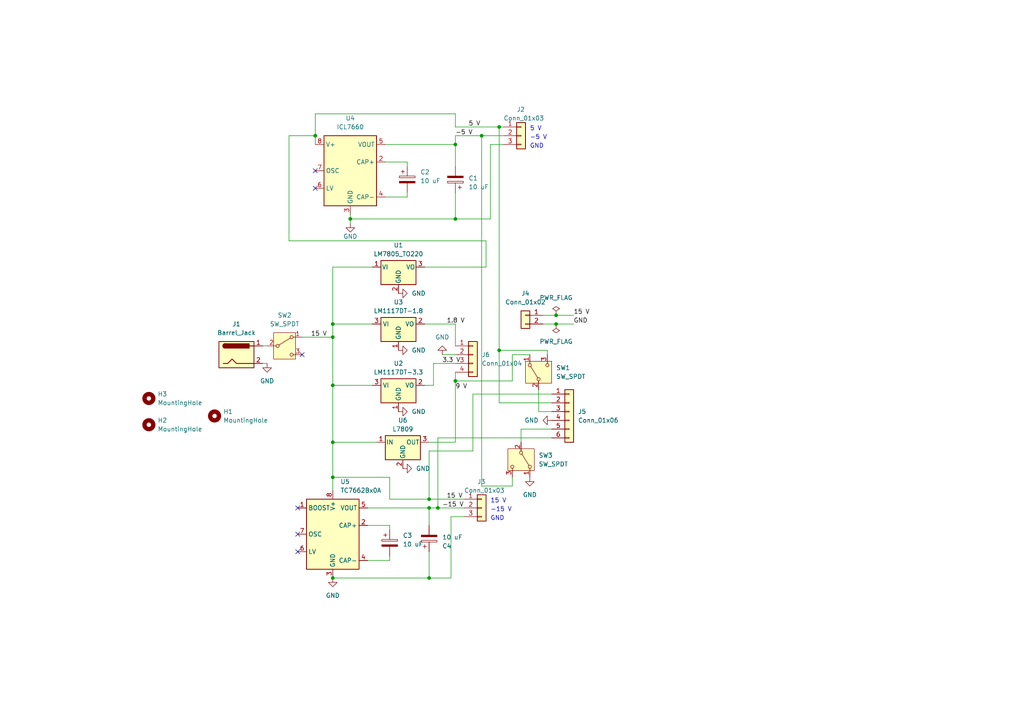
<source format=kicad_sch>
(kicad_sch (version 20230121) (generator eeschema)
  (paper "A4")
  (lib_symbols
    (symbol "Connector:Barrel_Jack" (pin_names (offset 1.016))
      (property "Reference" "J" (at 0 5.334 0))
      (property "Value" "Barrel_Jack" (at 0 -5.08 0))
      (symbol "Barrel_Jack_0_1"
        (rectangle (start -5.08 3.81) (end 5.08 -3.81) (stroke (width 0.254)) (fill (type background)))
        (arc (start -3.302 3.175) (mid -3.9343 2.54) (end -3.302 1.905) (stroke (width 0.254)))
        (arc (start -3.302 3.175) (mid -3.9343 2.54) (end -3.302 1.905) (stroke (width 0.254)) (fill (type outline)))
        (polyline (pts (xy 5.08 2.54) (xy 3.81 2.54)) (stroke (width 0.254)))
        (polyline (pts (xy -3.81 -2.54) (xy -2.54 -2.54) (xy -1.27 -1.27) (xy 0 -2.54) (xy 2.54 -2.54) (xy 5.08 -2.54)) (stroke (width 0.254)))
        (rectangle (start 3.683 3.175) (end -3.302 1.905) (stroke (width 0.254)) (fill (type outline)))
      )
      (symbol "Barrel_Jack_1_1"
        (pin passive line (at 7.62 2.54 180) (length 2.54) (name "~") (number "1"))
        (pin passive line (at 7.62 -2.54 180) (length 2.54) (name "~") (number "2"))
      )
    )
    (symbol "Connector_Generic:Conn_01x02" (pin_names (offset 1.016) hide)
      (property "Reference" "J" (at 0 2.54 0))
      (property "Value" "Conn_01x02" (at 0 -5.08 0))
      (symbol "Conn_01x02_1_1"
        (rectangle (start -1.27 -2.413) (end 0 -2.667) (stroke (width 0.1524)))
        (rectangle (start -1.27 0.127) (end 0 -0.127) (stroke (width 0.1524)))
        (rectangle (start -1.27 1.27) (end 1.27 -3.81) (stroke (width 0.254)) (fill (type background)))
        (pin passive line (at -5.08 0 0) (length 3.81) (name "Pin_1") (number "1"))
        (pin passive line (at -5.08 -2.54 0) (length 3.81) (name "Pin_2") (number "2"))
      )
    )
    (symbol "Connector_Generic:Conn_01x03" (pin_names (offset 1.016) hide)
      (property "Reference" "J" (at 0 5.08 0))
      (property "Value" "Conn_01x03" (at 0 -5.08 0))
      (symbol "Conn_01x03_1_1"
        (rectangle (start -1.27 -2.413) (end 0 -2.667) (stroke (width 0.1524)))
        (rectangle (start -1.27 0.127) (end 0 -0.127) (stroke (width 0.1524)))
        (rectangle (start -1.27 2.667) (end 0 2.413) (stroke (width 0.1524)))
        (rectangle (start -1.27 3.81) (end 1.27 -3.81) (stroke (width 0.254)) (fill (type background)))
        (pin passive line (at -5.08 2.54 0) (length 3.81) (name "Pin_1") (number "1"))
        (pin passive line (at -5.08 0 0) (length 3.81) (name "Pin_2") (number "2"))
        (pin passive line (at -5.08 -2.54 0) (length 3.81) (name "Pin_3") (number "3"))
      )
    )
    (symbol "Connector_Generic:Conn_01x04" (pin_names (offset 1.016) hide)
      (property "Reference" "J" (at 0 5.08 0))
      (property "Value" "Conn_01x04" (at 0 -7.62 0))
      (symbol "Conn_01x04_1_1"
        (rectangle (start -1.27 -4.953) (end 0 -5.207) (stroke (width 0.1524)))
        (rectangle (start -1.27 -2.413) (end 0 -2.667) (stroke (width 0.1524)))
        (rectangle (start -1.27 0.127) (end 0 -0.127) (stroke (width 0.1524)))
        (rectangle (start -1.27 2.667) (end 0 2.413) (stroke (width 0.1524)))
        (rectangle (start -1.27 3.81) (end 1.27 -6.35) (stroke (width 0.254)) (fill (type background)))
        (pin passive line (at -5.08 2.54 0) (length 3.81) (name "Pin_1") (number "1"))
        (pin passive line (at -5.08 0 0) (length 3.81) (name "Pin_2") (number "2"))
        (pin passive line (at -5.08 -2.54 0) (length 3.81) (name "Pin_3") (number "3"))
        (pin passive line (at -5.08 -5.08 0) (length 3.81) (name "Pin_4") (number "4"))
      )
    )
    (symbol "Connector_Generic:Conn_01x06" (pin_names (offset 1.016) hide)
      (property "Reference" "J" (at 0 7.62 0))
      (property "Value" "Conn_01x06" (at 0 -10.16 0))
      (symbol "Conn_01x06_1_1"
        (rectangle (start -1.27 -7.493) (end 0 -7.747) (stroke (width 0.1524)))
        (rectangle (start -1.27 -4.953) (end 0 -5.207) (stroke (width 0.1524)))
        (rectangle (start -1.27 -2.413) (end 0 -2.667) (stroke (width 0.1524)))
        (rectangle (start -1.27 0.127) (end 0 -0.127) (stroke (width 0.1524)))
        (rectangle (start -1.27 2.667) (end 0 2.413) (stroke (width 0.1524)))
        (rectangle (start -1.27 5.207) (end 0 4.953) (stroke (width 0.1524)))
        (rectangle (start -1.27 6.35) (end 1.27 -8.89) (stroke (width 0.254)) (fill (type background)))
        (pin passive line (at -5.08 5.08 0) (length 3.81) (name "Pin_1") (number "1"))
        (pin passive line (at -5.08 2.54 0) (length 3.81) (name "Pin_2") (number "2"))
        (pin passive line (at -5.08 0 0) (length 3.81) (name "Pin_3") (number "3"))
        (pin passive line (at -5.08 -2.54 0) (length 3.81) (name "Pin_4") (number "4"))
        (pin passive line (at -5.08 -5.08 0) (length 3.81) (name "Pin_5") (number "5"))
        (pin passive line (at -5.08 -7.62 0) (length 3.81) (name "Pin_6") (number "6"))
      )
    )
    (symbol "Converter_DCDC:TC7662Bx0A"
      (property "Reference" "U" (at -6.35 11.43 0))
      (property "Value" "TC7662Bx0A" (at 7.62 11.43 0))
      (symbol "TC7662Bx0A_0_1"
        (rectangle (start -7.62 10.16) (end 7.62 -10.16) (stroke (width 0.254)) (fill (type background)))
      )
      (symbol "TC7662Bx0A_1_1"
        (pin input line (at -10.16 7.62 0) (length 2.54) (name "BOOST") (number "1"))
        (pin passive line (at 10.16 2.54 180) (length 2.54) (name "CAP+") (number "2"))
        (pin power_in line (at 0 -12.7 90) (length 2.54) (name "GND") (number "3"))
        (pin passive line (at 10.16 -7.62 180) (length 2.54) (name "CAP-") (number "4"))
        (pin power_out line (at 10.16 7.62 180) (length 2.54) (name "VOUT") (number "5"))
        (pin input line (at -10.16 -5.08 0) (length 2.54) (name "LV") (number "6"))
        (pin passive line (at -10.16 0 0) (length 2.54) (name "OSC") (number "7"))
        (pin power_in line (at 0 12.7 270) (length 2.54) (name "V+") (number "8"))
      )
    )
    (symbol "Device:C_Polarized" (pin_numbers hide) (pin_names (offset 0.254))
      (property "Reference" "C" (at 0.635 2.54 0))
      (property "Value" "C_Polarized" (at 0.635 -2.54 0))
      (symbol "C_Polarized_0_1"
        (rectangle (start -2.286 0.508) (end 2.286 1.016))
        (polyline (pts (xy -1.778 2.286) (xy -0.762 2.286)))
        (polyline (pts (xy -1.27 2.794) (xy -1.27 1.778)))
        (rectangle (start 2.286 -0.508) (end -2.286 -1.016) (fill (type outline)))
      )
      (symbol "C_Polarized_1_1"
        (pin passive line (at 0 3.81 270) (length 2.794) (name "~") (number "1"))
        (pin passive line (at 0 -3.81 90) (length 2.794) (name "~") (number "2"))
      )
    )
    (symbol "Mechanical:MountingHole" (pin_names (offset 1.016))
      (property "Reference" "H" (at 0 5.08 0))
      (property "Value" "MountingHole" (at 0 3.175 0))
      (symbol "MountingHole_0_1"
        (circle (center 0 0) (radius 1.27) (stroke (width 1.27)))
      )
    )
    (symbol "Regulator_Linear:L7809" (pin_names (offset 0.254))
      (property "Reference" "U" (at -3.81 3.175 0))
      (property "Value" "L7809" (at 0 3.175 0))
      (symbol "L7809_0_1"
        (rectangle (start -5.08 1.905) (end 5.08 -5.08) (stroke (width 0.254)) (fill (type background)))
      )
      (symbol "L7809_1_1"
        (pin power_in line (at -7.62 0 0) (length 2.54) (name "IN") (number "1"))
        (pin power_in line (at 0 -7.62 90) (length 2.54) (name "GND") (number "2"))
        (pin power_out line (at 7.62 0 180) (length 2.54) (name "OUT") (number "3"))
      )
    )
    (symbol "Regulator_Linear:LM1117DT-1.8"
      (property "Reference" "U" (at -3.81 3.175 0))
      (property "Value" "LM1117DT-1.8" (at 0 3.175 0))
      (symbol "LM1117DT-1.8_0_1"
        (rectangle (start -5.08 -5.08) (end 5.08 1.905) (stroke (width 0.254)) (fill (type background)))
      )
      (symbol "LM1117DT-1.8_1_1"
        (pin power_in line (at 0 -7.62 90) (length 2.54) (name "GND") (number "1"))
        (pin power_out line (at 7.62 0 180) (length 2.54) (name "VO") (number "2"))
        (pin power_in line (at -7.62 0 0) (length 2.54) (name "VI") (number "3"))
      )
    )
    (symbol "Regulator_Linear:LM1117DT-3.3"
      (property "Reference" "U" (at -3.81 3.175 0))
      (property "Value" "LM1117DT-3.3" (at 0 3.175 0))
      (symbol "LM1117DT-3.3_0_1"
        (rectangle (start -5.08 -5.08) (end 5.08 1.905) (stroke (width 0.254)) (fill (type background)))
      )
      (symbol "LM1117DT-3.3_1_1"
        (pin power_in line (at 0 -7.62 90) (length 2.54) (name "GND") (number "1"))
        (pin power_out line (at 7.62 0 180) (length 2.54) (name "VO") (number "2"))
        (pin power_in line (at -7.62 0 0) (length 2.54) (name "VI") (number "3"))
      )
    )
    (symbol "Regulator_Linear:LM7805_TO220" (pin_names (offset 0.254))
      (property "Reference" "U" (at -3.81 3.175 0))
      (property "Value" "LM7805_TO220" (at 0 3.175 0))
      (symbol "LM7805_TO220_0_1"
        (rectangle (start -5.08 1.905) (end 5.08 -5.08) (stroke (width 0.254)) (fill (type background)))
      )
      (symbol "LM7805_TO220_1_1"
        (pin power_in line (at -7.62 0 0) (length 2.54) (name "VI") (number "1"))
        (pin power_in line (at 0 -7.62 90) (length 2.54) (name "GND") (number "2"))
        (pin power_out line (at 7.62 0 180) (length 2.54) (name "VO") (number "3"))
      )
    )
    (symbol "Regulator_SwitchedCapacitor:ICL7660"
      (property "Reference" "U" (at -6.35 11.43 0))
      (property "Value" "ICL7660" (at 3.81 11.43 0))
      (symbol "ICL7660_0_1"
        (rectangle (start -7.62 10.16) (end 7.62 -10.16) (stroke (width 0.254)) (fill (type background)))
      )
      (symbol "ICL7660_1_1"
        (pin no_connect line (at -7.62 5.08 0) (length 2.54) hide (name "NC") (number "1"))
        (pin input line (at 10.16 2.54 180) (length 2.54) (name "CAP+") (number "2"))
        (pin power_in line (at 0 -12.7 90) (length 2.54) (name "GND") (number "3"))
        (pin input line (at 10.16 -7.62 180) (length 2.54) (name "CAP-") (number "4"))
        (pin power_out line (at 10.16 7.62 180) (length 2.54) (name "VOUT") (number "5"))
        (pin input line (at -10.16 -5.08 0) (length 2.54) (name "LV") (number "6"))
        (pin input line (at -10.16 0 0) (length 2.54) (name "OSC") (number "7"))
        (pin power_in line (at -10.16 7.62 0) (length 2.54) (name "V+") (number "8"))
      )
    )
    (symbol "Switch:SW_SPDT" (pin_names (offset 0) hide)
      (property "Reference" "SW" (at 0 5.08 0))
      (property "Value" "SW_SPDT" (at 0 -5.08 0))
      (symbol "SW_SPDT_0_1"
        (circle (center -2.032 0) (radius 0.4572))
        (polyline (pts (xy -1.651 0.254) (xy 1.651 2.286)))
        (circle (center 2.032 -2.54) (radius 0.4572))
        (circle (center 2.032 2.54) (radius 0.4572))
      )
      (symbol "SW_SPDT_1_1"
        (rectangle (start -3.175 3.81) (end 3.175 -3.81) (fill (type background)))
        (pin passive line (at 5.08 2.54 180) (length 2.54) (name "A") (number "1"))
        (pin passive line (at -5.08 0 0) (length 2.54) (name "B") (number "2"))
        (pin passive line (at 5.08 -2.54 180) (length 2.54) (name "C") (number "3"))
      )
    )
    (symbol "power:GND" (power) (pin_names (offset 0))
      (property "Value" "GND" (at 0 -3.81 0))
      (symbol "GND_0_1"
        (polyline (pts (xy 0 0) (xy 0 -1.27) (xy 1.27 -1.27) (xy 0 -2.54) (xy -1.27 -1.27) (xy 0 -1.27)))
      )
      (symbol "GND_1_1"
        (pin power_in line (at 0 0 270) (length 0) hide (name "GND") (number "1"))
      )
    )
    (symbol "power:PWR_FLAG" (power) (pin_numbers hide) (pin_names (offset 0) hide)
      (property "Value" "PWR_FLAG" (at 0 3.81 0))
      (symbol "PWR_FLAG_0_0"
        (pin power_out line (at 0 0 90) (length 0) (name "pwr") (number "1"))
      )
      (symbol "PWR_FLAG_0_1"
        (polyline (pts (xy 0 0) (xy 0 1.27) (xy -1.016 1.905) (xy 0 2.54) (xy 1.016 1.905) (xy 0 1.27)))
      )
    )
  )
  (junction (at 127 147.32))
  (junction (at 124.46 147.32))
  (junction (at 132.08 110.49))
  (junction (at 101.6 63.5))
  (junction (at 96.52 128.27))
  (junction (at 132.08 41.91))
  (junction (at 139.7 39.37))
  (junction (at 91.44 39.37))
  (junction (at 144.78 101.6))
  (junction (at 96.52 167.64))
  (junction (at 124.46 167.64))
  (junction (at 96.52 93.98))
  (junction (at 132.08 63.5))
  (junction (at 96.52 111.76))
  (junction (at 96.52 97.79))
  (junction (at 161.29 91.44))
  (junction (at 124.46 144.78))
  (junction (at 144.78 36.83))
  (junction (at 96.52 138.43))
  (junction (at 161.29 93.98))
  (no_connect (at 86.36 160.02))
  (no_connect (at 91.44 49.53))
  (no_connect (at 86.36 147.32))
  (no_connect (at 91.44 54.61))
  (no_connect (at 86.36 154.94))
  (no_connect (at 87.63 102.87))
  (wire (pts (xy 132.08 39.37) (xy 132.08 41.91)))
  (wire (pts (xy 87.63 97.79) (xy 96.52 97.79)))
  (wire (pts (xy 124.46 147.32) (xy 124.46 152.4)))
  (wire (pts (xy 137.16 130.81) (xy 124.46 130.81)))
  (wire (pts (xy 124.46 130.81) (xy 124.46 144.78)))
  (wire (pts (xy 157.48 91.44) (xy 161.29 91.44)))
  (wire (pts (xy 132.08 63.5) (xy 101.6 63.5)))
  (wire (pts (xy 157.48 93.98) (xy 161.29 93.98)))
  (wire (pts (xy 144.78 36.83) (xy 146.05 36.83)))
  (wire (pts (xy 142.24 63.5) (xy 132.08 63.5)))
  (wire (pts (xy 130.81 149.86) (xy 134.62 149.86)))
  (wire (pts (xy 132.08 110.49) (xy 132.08 128.27)))
  (wire (pts (xy 96.52 128.27) (xy 96.52 138.43)))
  (wire (pts (xy 124.46 128.27) (xy 132.08 128.27)))
  (wire (pts (xy 132.08 33.02) (xy 132.08 36.83)))
  (wire (pts (xy 96.52 138.43) (xy 96.52 142.24)))
  (wire (pts (xy 83.82 39.37) (xy 91.44 39.37)))
  (wire (pts (xy 134.62 144.78) (xy 124.46 144.78)))
  (wire (pts (xy 125.73 105.41) (xy 132.08 105.41)))
  (wire (pts (xy 132.08 36.83) (xy 144.78 36.83)))
  (wire (pts (xy 153.67 102.87) (xy 148.59 102.87)))
  (wire (pts (xy 91.44 41.91) (xy 91.44 39.37)))
  (wire (pts (xy 91.44 39.37) (xy 91.44 33.02)))
  (wire (pts (xy 160.02 116.84) (xy 144.78 116.84)))
  (wire (pts (xy 132.08 39.37) (xy 139.7 39.37)))
  (wire (pts (xy 127 127) (xy 127 147.32)))
  (wire (pts (xy 124.46 160.02) (xy 124.46 167.64)))
  (wire (pts (xy 132.08 107.95) (xy 132.08 110.49)))
  (wire (pts (xy 158.75 102.87) (xy 158.75 101.6)))
  (wire (pts (xy 139.7 39.37) (xy 146.05 39.37)))
  (wire (pts (xy 124.46 147.32) (xy 127 147.32)))
  (wire (pts (xy 124.46 144.78) (xy 113.03 144.78)))
  (wire (pts (xy 148.59 140.97) (xy 148.59 138.43)))
  (wire (pts (xy 160.02 114.3) (xy 137.16 114.3)))
  (wire (pts (xy 161.29 93.98) (xy 166.37 93.98)))
  (wire (pts (xy 144.78 101.6) (xy 144.78 36.83)))
  (wire (pts (xy 96.52 93.98) (xy 107.95 93.98)))
  (wire (pts (xy 123.19 111.76) (xy 125.73 111.76)))
  (wire (pts (xy 125.73 111.76) (xy 125.73 105.41)))
  (wire (pts (xy 113.03 161.29) (xy 113.03 162.56)))
  (wire (pts (xy 111.76 46.99) (xy 118.11 46.99)))
  (wire (pts (xy 127 147.32) (xy 134.62 147.32)))
  (wire (pts (xy 123.19 93.98) (xy 132.08 93.98)))
  (wire (pts (xy 160.02 127) (xy 127 127)))
  (wire (pts (xy 140.97 77.47) (xy 123.19 77.47)))
  (wire (pts (xy 130.81 167.64) (xy 124.46 167.64)))
  (wire (pts (xy 156.21 113.03) (xy 156.21 119.38)))
  (wire (pts (xy 139.7 39.37) (xy 139.7 140.97)))
  (wire (pts (xy 160.02 124.46) (xy 151.13 124.46)))
  (wire (pts (xy 96.52 128.27) (xy 109.22 128.27)))
  (wire (pts (xy 140.97 69.85) (xy 83.82 69.85)))
  (wire (pts (xy 96.52 167.64) (xy 124.46 167.64)))
  (wire (pts (xy 137.16 114.3) (xy 137.16 130.81)))
  (wire (pts (xy 83.82 69.85) (xy 83.82 39.37)))
  (wire (pts (xy 161.29 91.44) (xy 166.37 91.44)))
  (wire (pts (xy 113.03 152.4) (xy 113.03 153.67)))
  (wire (pts (xy 96.52 77.47) (xy 107.95 77.47)))
  (wire (pts (xy 128.27 102.87) (xy 132.08 102.87)))
  (wire (pts (xy 151.13 124.46) (xy 151.13 128.27)))
  (wire (pts (xy 139.7 140.97) (xy 148.59 140.97)))
  (wire (pts (xy 101.6 62.23) (xy 101.6 63.5)))
  (wire (pts (xy 140.97 77.47) (xy 140.97 69.85)))
  (wire (pts (xy 111.76 57.15) (xy 118.11 57.15)))
  (wire (pts (xy 96.52 97.79) (xy 96.52 111.76)))
  (wire (pts (xy 96.52 111.76) (xy 96.52 128.27)))
  (wire (pts (xy 106.68 162.56) (xy 113.03 162.56)))
  (wire (pts (xy 77.47 100.33) (xy 76.2 100.33)))
  (wire (pts (xy 148.59 110.49) (xy 132.08 110.49)))
  (wire (pts (xy 130.81 149.86) (xy 130.81 167.64)))
  (wire (pts (xy 118.11 46.99) (xy 118.11 48.26)))
  (wire (pts (xy 144.78 116.84) (xy 144.78 101.6)))
  (wire (pts (xy 106.68 152.4) (xy 113.03 152.4)))
  (wire (pts (xy 96.52 77.47) (xy 96.52 93.98)))
  (wire (pts (xy 113.03 138.43) (xy 96.52 138.43)))
  (wire (pts (xy 91.44 33.02) (xy 132.08 33.02)))
  (wire (pts (xy 113.03 144.78) (xy 113.03 138.43)))
  (wire (pts (xy 96.52 93.98) (xy 96.52 97.79)))
  (wire (pts (xy 142.24 41.91) (xy 142.24 63.5)))
  (wire (pts (xy 148.59 102.87) (xy 148.59 110.49)))
  (wire (pts (xy 96.52 111.76) (xy 107.95 111.76)))
  (wire (pts (xy 158.75 101.6) (xy 144.78 101.6)))
  (wire (pts (xy 101.6 63.5) (xy 101.6 64.77)))
  (wire (pts (xy 132.08 55.88) (xy 132.08 63.5)))
  (wire (pts (xy 118.11 57.15) (xy 118.11 55.88)))
  (wire (pts (xy 111.76 41.91) (xy 132.08 41.91)))
  (wire (pts (xy 106.68 147.32) (xy 124.46 147.32)))
  (wire (pts (xy 132.08 41.91) (xy 132.08 48.26)))
  (wire (pts (xy 156.21 119.38) (xy 160.02 119.38)))
  (wire (pts (xy 146.05 41.91) (xy 142.24 41.91)))
  (wire (pts (xy 76.2 105.41) (xy 77.47 105.41)))
  (wire (pts (xy 132.08 93.98) (xy 132.08 100.33)))
  (text "5 V" (at 153.67 38.1 0) (effects (font (size 1.27 1.27)) (justify left bottom)))
  (text "-15 V" (at 142.24 148.59 0) (effects (font (size 1.27 1.27)) (justify left bottom)))
  (text "GND" (at 153.67 43.18 0) (effects (font (size 1.27 1.27)) (justify left bottom)))
  (text "GND" (at 142.24 151.13 0) (effects (font (size 1.27 1.27)) (justify left bottom)))
  (text "-5 V" (at 153.67 40.64 0) (effects (font (size 1.27 1.27)) (justify left bottom)))
  (text "15 V" (at 142.24 146.05 0) (effects (font (size 1.27 1.27)) (justify left bottom)))
  (label "3.3 V" (at 128.27 105.41 0))
  (label "-15 V" (at 128.27 147.32 0))
  (label "-5 V" (at 132.08 39.37 0))
  (label "1.8 V" (at 129.54 93.98 0))
  (label "5 V" (at 135.89 36.83 0))
  (label "15 V" (at 90.17 97.79 0))
  (label "GND" (at 166.37 93.98 0))
  (label "15 V" (at 129.54 144.78 0))
  (label "15 V" (at 166.37 91.44 0))
  (label "9 V" (at 132.08 113.03 0))
  (symbol (lib_id "Mechanical:MountingHole") (at 62.23 120.65 0) (unit 1)
    (property "Reference" "H1" (at 64.77 119.38 0) (effects (justify left)))
    (property "Value" "MountingHole" (at 64.77 121.92 0) (effects (justify left)))
    (property "Footprint" "MountingHole:MountingHole_3mm" (effects hide))
  )
  (symbol (lib_id "Mechanical:MountingHole") (at 43.18 123.19 0) (unit 1)
    (property "Reference" "H2" (at 45.72 121.92 0) (effects (justify left)))
    (property "Value" "MountingHole" (at 45.72 124.46 0) (effects (justify left)))
    (property "Footprint" "MountingHole:MountingHole_3mm" (effects hide))
  )
  (symbol (lib_id "power:GND") (at 128.27 102.87 0) (mirror x) (unit 1)
    (property "Reference" "#PWR07" (effects hide))
    (property "Value" "GND" (at 128.27 97.79 0))
  )
  (symbol (lib_id "Regulator_SwitchedCapacitor:ICL7660") (at 101.6 49.53 0) (unit 1)
    (property "Reference" "U4" (at 101.6 34.29 0))
    (property "Value" "ICL7660" (at 101.6 36.83 0))
    (property "Footprint" "Package_SO:SOIC-8_3.9x4.9mm_P1.27mm" (effects hide))
    (property "Datasheet" "http://datasheets.maximintegrated.com/en/ds/ICL7660-MAX1044.pdf" (effects hide))
  )
  (symbol (lib_id "Regulator_Linear:LM1117DT-1.8") (at 115.57 93.98 0) (unit 1)
    (property "Reference" "U3" (at 115.57 87.63 0))
    (property "Value" "LM1117DT-1.8" (at 115.57 90.17 0))
    (property "Footprint" "Package_TO_SOT_SMD:TO-252-3_TabPin2" (effects hide))
    (property "Datasheet" "http://www.ti.com/lit/ds/symlink/lm1117.pdf" (effects hide))
  )
  (symbol (lib_id "Switch:SW_SPDT") (at 82.55 100.33 0) (unit 1)
    (property "Reference" "SW2" (at 82.55 91.44 0))
    (property "Value" "SW_SPDT" (at 82.55 93.98 0))
    (property "Footprint" "Library:Slide_switch" (effects hide))
  )
  (symbol (lib_id "Device:C_Polarized") (at 132.08 52.07 180) (unit 1)
    (property "Reference" "C1" (at 135.89 51.689 0) (effects (justify right)))
    (property "Value" "10 uF" (at 135.89 54.229 0) (effects (justify right)))
    (property "Footprint" "Capacitor_THT:CP_Radial_D5.0mm_P2.50mm" (effects hide))
  )
  (symbol (lib_id "Converter_DCDC:TC7662Bx0A") (at 96.52 154.94 0) (unit 1)
    (property "Reference" "U5" (at 98.7141 139.7 0) (effects (justify left)))
    (property "Value" "TC7662Bx0A" (at 98.7141 142.24 0) (effects (justify left)))
    (property "Footprint" "Package_SO:SOIC-8_3.9x4.9mm_P1.27mm" (effects hide))
    (property "Datasheet" "http://ww1.microchip.com/downloads/en/DeviceDoc/21469a.pdf" (effects hide))
  )
  (symbol (lib_id "power:GND") (at 115.57 101.6 90) (unit 1)
    (property "Reference" "#PWR03" (effects hide))
    (property "Value" "GND" (at 119.38 101.6 90) (effects (justify right)))
  )
  (symbol (lib_id "power:GND") (at 77.47 105.41 0) (mirror y) (unit 1)
    (property "Reference" "#PWR01" (effects hide))
    (property "Value" "GND" (at 77.47 110.49 0))
  )
  (symbol (lib_id "Switch:SW_SPDT") (at 156.21 107.95 90) (unit 1)
    (property "Reference" "SW1" (at 161.29 106.68 90) (effects (justify right)))
    (property "Value" "SW_SPDT" (at 161.29 109.22 90) (effects (justify right)))
    (property "Footprint" "Library:Slide_switch" (effects hide))
  )
  (symbol (lib_id "Connector_Generic:Conn_01x04") (at 137.16 102.87 0) (unit 1)
    (property "Reference" "J6" (at 139.7 102.87 0) (effects (justify left)))
    (property "Value" "Conn_01x04" (at 139.7 105.41 0) (effects (justify left)))
    (property "Footprint" "Connector_PinSocket_2.54mm:PinSocket_1x04_P2.54mm_Vertical" (effects hide))
  )
  (symbol (lib_id "power:GND") (at 116.84 135.89 90) (unit 1)
    (property "Reference" "#PWR08" (effects hide))
    (property "Value" "GND" (at 120.65 135.89 90) (effects (justify right)))
  )
  (symbol (lib_id "Mechanical:MountingHole") (at 43.18 115.57 0) (unit 1)
    (property "Reference" "H3" (at 45.72 114.3 0) (effects (justify left)))
    (property "Value" "MountingHole" (at 45.72 116.84 0) (effects (justify left)))
    (property "Footprint" "MountingHole:MountingHole_3mm" (effects hide))
  )
  (symbol (lib_id "Regulator_Linear:LM1117DT-3.3") (at 115.57 111.76 0) (unit 1)
    (property "Reference" "U2" (at 115.57 105.41 0))
    (property "Value" "LM1117DT-3.3" (at 115.57 107.95 0))
    (property "Footprint" "Package_TO_SOT_SMD:TO-252-3_TabPin2" (effects hide))
    (property "Datasheet" "http://www.ti.com/lit/ds/symlink/lm1117.pdf" (effects hide))
  )
  (symbol (lib_id "power:PWR_FLAG") (at 161.29 91.44 0) (unit 1)
    (property "Reference" "#FLG01" (effects hide))
    (property "Value" "PWR_FLAG" (at 161.29 86.36 0))
  )
  (symbol (lib_id "Connector_Generic:Conn_01x06") (at 165.1 119.38 0) (unit 1)
    (property "Reference" "J5" (at 167.64 119.38 0) (effects (justify left)))
    (property "Value" "Conn_01x06" (at 167.64 121.92 0) (effects (justify left)))
    (property "Footprint" "Connector_PinSocket_2.54mm:PinSocket_1x06_P2.54mm_Vertical" (effects hide))
  )
  (symbol (lib_id "Connector_Generic:Conn_01x02") (at 152.4 91.44 0) (mirror y) (unit 1)
    (property "Reference" "J4" (at 152.4 85.09 0))
    (property "Value" "Conn_01x02" (at 152.4 87.63 0))
    (property "Footprint" "Connector_PinHeader_2.54mm:PinHeader_1x02_P2.54mm_Vertical" (effects hide))
  )
  (symbol (lib_id "Regulator_Linear:LM7805_TO220") (at 115.57 77.47 0) (unit 1)
    (property "Reference" "U1" (at 115.57 71.12 0))
    (property "Value" "LM7805_TO220" (at 115.57 73.66 0))
    (property "Footprint" "Package_TO_SOT_THT:TO-220-3_Vertical" (effects hide))
    (property "Datasheet" "https://www.onsemi.cn/PowerSolutions/document/MC7800-D.PDF" (effects hide))
  )
  (symbol (lib_id "power:GND") (at 160.02 121.92 270) (unit 1)
    (property "Reference" "#PWR09" (effects hide))
    (property "Value" "GND" (at 156.21 121.92 90) (effects (justify right)))
  )
  (symbol (lib_id "Regulator_Linear:L7809") (at 116.84 128.27 0) (unit 1)
    (property "Reference" "U6" (at 116.84 121.92 0))
    (property "Value" "L7809" (at 116.84 124.46 0))
    (property "Footprint" "Package_TO_SOT_THT:TO-220-3_Vertical" (effects hide))
    (property "Datasheet" "http://www.st.com/content/ccc/resource/technical/document/datasheet/41/4f/b3/b0/12/d4/47/88/CD00000444.pdf/files/CD00000444.pdf/jcr:content/translations/en.CD00000444.pdf" (effects hide))
  )
  (symbol (lib_id "Device:C_Polarized") (at 118.11 52.07 0) (unit 1)
    (property "Reference" "C2" (at 121.92 49.911 0) (effects (justify left)))
    (property "Value" "10 uF" (at 121.92 52.451 0) (effects (justify left)))
    (property "Footprint" "Capacitor_THT:CP_Radial_D5.0mm_P2.50mm" (effects hide))
  )
  (symbol (lib_id "power:GND") (at 115.57 119.38 90) (unit 1)
    (property "Reference" "#PWR02" (effects hide))
    (property "Value" "GND" (at 119.38 119.38 90) (effects (justify right)))
  )
  (symbol (lib_id "Connector_Generic:Conn_01x03") (at 151.13 39.37 0) (unit 1)
    (property "Reference" "J2" (at 149.86 31.75 0) (effects (justify left)))
    (property "Value" "Conn_01x03" (at 146.05 34.29 0) (effects (justify left)))
    (property "Footprint" "Connector_PinHeader_2.54mm:PinHeader_1x03_P2.54mm_Vertical" (effects hide))
  )
  (symbol (lib_id "power:PWR_FLAG") (at 161.29 93.98 0) (mirror x) (unit 1)
    (property "Reference" "#FLG02" (effects hide))
    (property "Value" "PWR_FLAG" (at 161.29 99.06 0))
  )
  (symbol (lib_id "Device:C_Polarized") (at 113.03 157.48 0) (unit 1)
    (property "Reference" "C3" (at 116.84 155.321 0) (effects (justify left)))
    (property "Value" "10 uF" (at 116.84 157.861 0) (effects (justify left)))
    (property "Footprint" "Capacitor_THT:CP_Radial_D5.0mm_P2.50mm" (effects hide))
  )
  (symbol (lib_id "power:GND") (at 96.52 167.64 0) (unit 1)
    (property "Reference" "#PWR06" (effects hide))
    (property "Value" "GND" (at 96.52 172.72 0))
  )
  (symbol (lib_id "power:GND") (at 153.67 138.43 0) (mirror y) (unit 1)
    (property "Reference" "#PWR010" (effects hide))
    (property "Value" "GND" (at 153.67 143.51 0))
  )
  (symbol (lib_id "power:GND") (at 115.57 85.09 90) (unit 1)
    (property "Reference" "#PWR04" (effects hide))
    (property "Value" "GND" (at 119.38 85.09 90) (effects (justify right)))
  )
  (symbol (lib_id "Device:C_Polarized") (at 124.46 156.21 0) (mirror x) (unit 1)
    (property "Reference" "C4" (at 128.27 158.369 0) (effects (justify left)))
    (property "Value" "10 uF" (at 128.27 155.829 0) (effects (justify left)))
    (property "Footprint" "Capacitor_THT:CP_Radial_D5.0mm_P2.50mm" (effects hide))
  )
  (symbol (lib_id "power:GND") (at 101.6 64.77 0) (unit 1)
    (property "Reference" "#PWR05" (effects hide))
    (property "Value" "GND" (at 101.6 68.58 0))
  )
  (symbol (lib_id "Connector:Barrel_Jack") (at 68.58 102.87 0) (unit 1)
    (property "Reference" "J1" (at 68.58 93.98 0))
    (property "Value" "Barrel_Jack" (at 68.58 96.52 0))
    (property "Footprint" "Connector_BarrelJack:BarrelJack_Horizontal" (effects hide))
  )
  (symbol (lib_id "Switch:SW_SPDT") (at 151.13 133.35 270) (unit 1)
    (property "Reference" "SW3" (at 156.21 132.08 90) (effects (justify left)))
    (property "Value" "SW_SPDT" (at 156.21 134.62 90) (effects (justify left)))
    (property "Footprint" "Library:Slide_switch" (effects hide))
  )
  (symbol (lib_id "Connector_Generic:Conn_01x03") (at 139.7 147.32 0) (unit 1)
    (property "Reference" "J3" (at 138.43 139.7 0) (effects (justify left)))
    (property "Value" "Conn_01x03" (at 134.62 142.24 0) (effects (justify left)))
    (property "Footprint" "Connector_PinHeader_2.54mm:PinHeader_1x03_P2.54mm_Vertical" (effects hide))
  )
)
</source>
